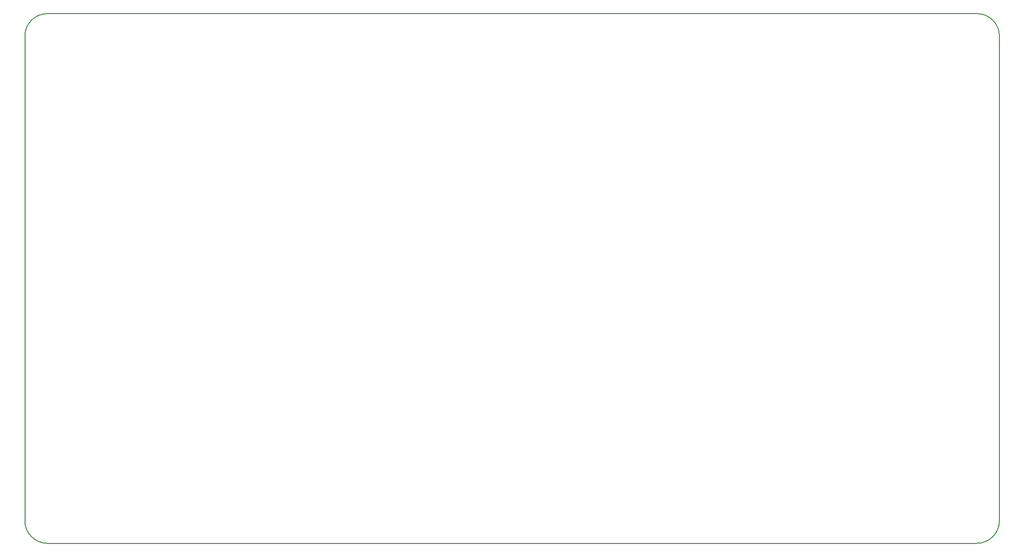
<source format=gbr>
G04 #@! TF.GenerationSoftware,KiCad,Pcbnew,(5.1.5)-3*
G04 #@! TF.CreationDate,2020-04-03T22:41:24-03:00*
G04 #@! TF.ProjectId,Jupiter-II,4a757069-7465-4722-9d49-492e6b696361,rev?*
G04 #@! TF.SameCoordinates,Original*
G04 #@! TF.FileFunction,Profile,NP*
%FSLAX46Y46*%
G04 Gerber Fmt 4.6, Leading zero omitted, Abs format (unit mm)*
G04 Created by KiCad (PCBNEW (5.1.5)-3) date 2020-04-03 22:41:24*
%MOMM*%
%LPD*%
G04 APERTURE LIST*
%ADD10C,0.150000*%
G04 APERTURE END LIST*
D10*
X88265000Y-134620000D02*
G75*
G02X84455000Y-130810000I0J3810000D01*
G01*
X245110000Y-45085000D02*
G75*
G02X248920000Y-48895000I0J-3810000D01*
G01*
X248920000Y-130810000D02*
G75*
G02X245110000Y-134620000I-3810000J0D01*
G01*
X84455000Y-48895000D02*
G75*
G02X88265000Y-45085000I3810000J0D01*
G01*
X84455000Y-48895000D02*
X84455000Y-130810000D01*
X245110000Y-45085000D02*
X88265000Y-45085000D01*
X248920000Y-130810000D02*
X248920000Y-48895000D01*
X88265000Y-134620000D02*
X245110000Y-134620000D01*
M02*

</source>
